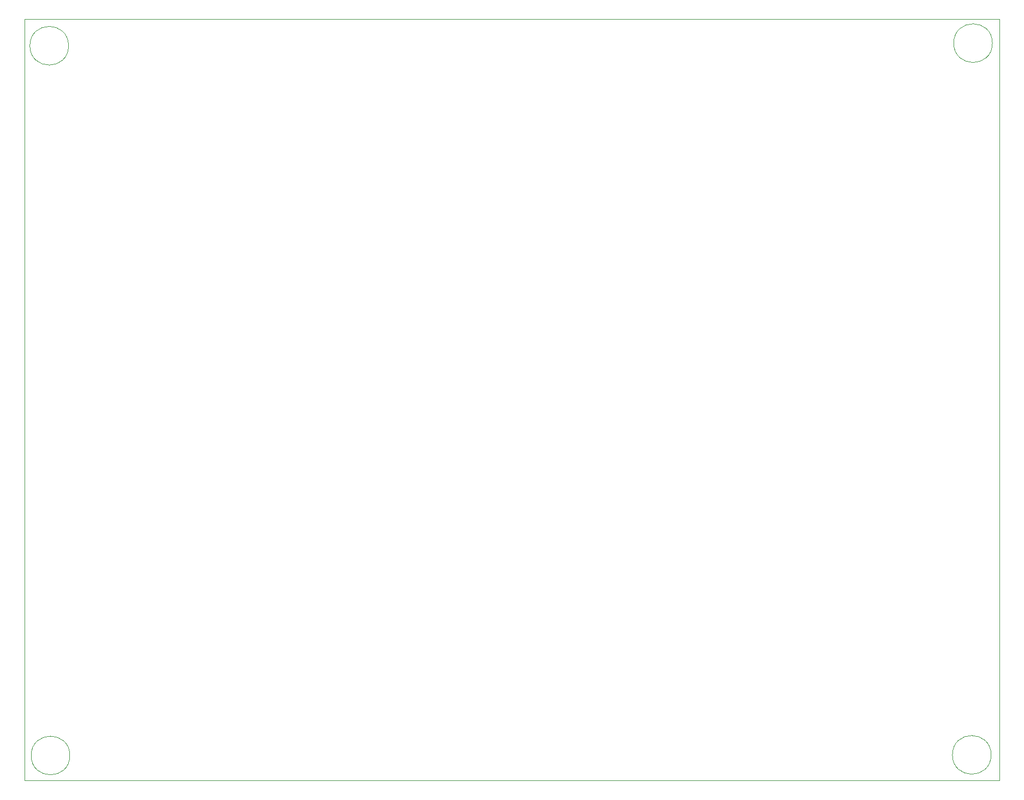
<source format=gbr>
%TF.GenerationSoftware,KiCad,Pcbnew,6.0.2-378541a8eb~116~ubuntu20.04.1*%
%TF.CreationDate,2022-03-03T13:02:13+02:00*%
%TF.ProjectId,system,73797374-656d-42e6-9b69-6361645f7063,rev?*%
%TF.SameCoordinates,Original*%
%TF.FileFunction,Profile,NP*%
%FSLAX46Y46*%
G04 Gerber Fmt 4.6, Leading zero omitted, Abs format (unit mm)*
G04 Created by KiCad (PCBNEW 6.0.2-378541a8eb~116~ubuntu20.04.1) date 2022-03-03 13:02:13*
%MOMM*%
%LPD*%
G01*
G04 APERTURE LIST*
%TA.AperFunction,Profile*%
%ADD10C,0.100000*%
%TD*%
G04 APERTURE END LIST*
D10*
X255100000Y-37400000D02*
G75*
G03*
X255100000Y-37400000I-3000000J0D01*
G01*
X111800000Y-37800000D02*
G75*
G03*
X111800000Y-37800000I-3000000J0D01*
G01*
X112000000Y-148000000D02*
G75*
G03*
X112000000Y-148000000I-3000000J0D01*
G01*
X254900000Y-147900000D02*
G75*
G03*
X254900000Y-147900000I-3000000J0D01*
G01*
X105000000Y-33700000D02*
X256200000Y-33700000D01*
X256200000Y-33700000D02*
X256200000Y-151900000D01*
X256200000Y-151900000D02*
X105000000Y-151900000D01*
X105000000Y-151900000D02*
X105000000Y-33700000D01*
M02*

</source>
